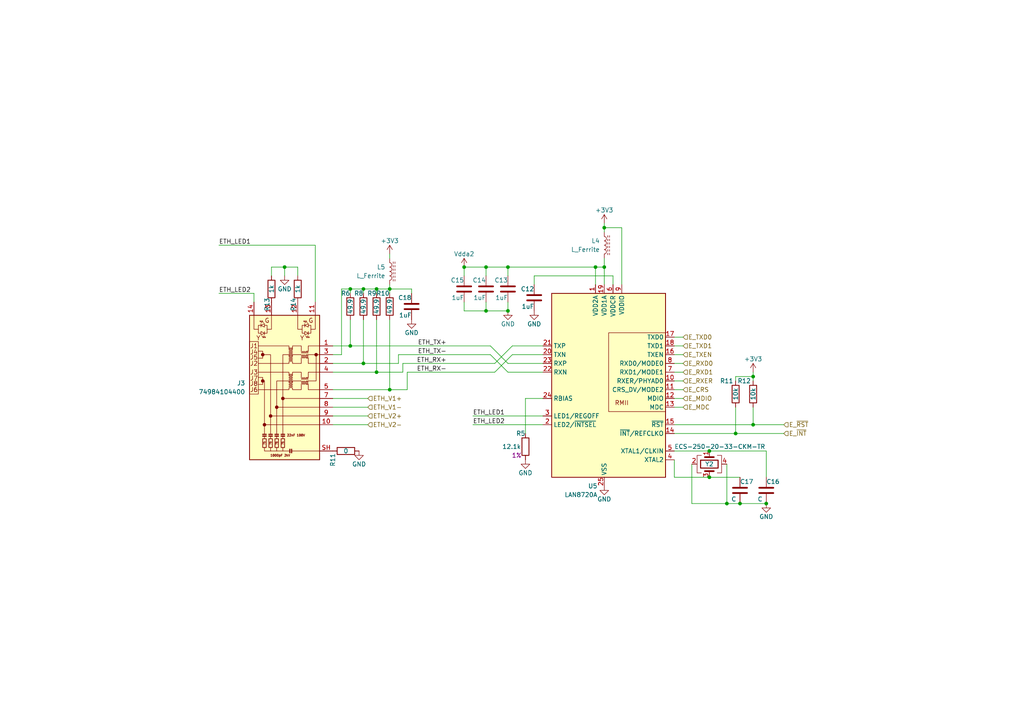
<source format=kicad_sch>
(kicad_sch (version 20230121) (generator eeschema)
  (paper "A4")
  (title_block (title "Addressable LED Controller") (date "2023-07-30") (rev "3.0") (comment 1 "Jamal Bouajjaj") (comment 2 "Ethernet Physical"))
  (lib_symbols
    (symbol "Device:C" (pin_numbers hide) (pin_names (offset 0.254))
      (property "Reference" "C" (at 0.635 2.54 0))
      (property "Value" "C" (at 0.635 -2.54 0))
      (symbol "C_0_1"
        (polyline (pts (xy -2.032 -0.762) (xy 2.032 -0.762)) (stroke (width 0.508)))
        (polyline (pts (xy -2.032 0.762) (xy 2.032 0.762)) (stroke (width 0.508)))
      )
      (symbol "C_1_1"
        (pin passive line (at 0 3.81 270) (length 2.794) (name "~") (number "1"))
        (pin passive line (at 0 -3.81 90) (length 2.794) (name "~") (number "2"))
      )
    )
    (symbol "Device:Crystal_GND24" (pin_names (offset 1.016) hide)
      (property "Reference" "Y" (at 3.175 5.08 0))
      (property "Value" "Crystal_GND24" (at 3.175 3.175 0))
      (symbol "Crystal_GND24_0_1"
        (rectangle (start -1.143 2.54) (end 1.143 -2.54) (stroke (width 0.3048)))
        (polyline (pts (xy -2.54 0) (xy -2.032 0)))
        (polyline (pts (xy -2.032 -1.27) (xy -2.032 1.27)) (stroke (width 0.508)))
        (polyline (pts (xy 0 -3.81) (xy 0 -3.556)))
        (polyline (pts (xy 0 3.556) (xy 0 3.81)))
        (polyline (pts (xy 2.032 -1.27) (xy 2.032 1.27)) (stroke (width 0.508)))
        (polyline (pts (xy 2.032 0) (xy 2.54 0)))
        (polyline (pts (xy -2.54 -2.286) (xy -2.54 -3.556) (xy 2.54 -3.556) (xy 2.54 -2.286)))
        (polyline (pts (xy -2.54 2.286) (xy -2.54 3.556) (xy 2.54 3.556) (xy 2.54 2.286)))
      )
      (symbol "Crystal_GND24_1_1"
        (pin passive line (at -3.81 0 0) (length 1.27) (name "1") (number "1"))
        (pin passive line (at 0 5.08 270) (length 1.27) (name "2") (number "2"))
        (pin passive line (at 3.81 0 180) (length 1.27) (name "3") (number "3"))
        (pin passive line (at 0 -5.08 90) (length 1.27) (name "4") (number "4"))
      )
    )
    (symbol "Device:L_Ferrite" (pin_numbers hide) (pin_names (offset 1.016) hide)
      (property "Reference" "L" (at -1.27 0 90))
      (property "Value" "L_Ferrite" (at 2.794 0 90))
      (symbol "L_Ferrite_0_1"
        (arc (start 0 -2.54) (mid 0.6323 -1.905) (end 0 -1.27))
        (arc (start 0 -1.27) (mid 0.6323 -0.635) (end 0 0))
        (polyline (pts (xy 1.016 -2.794) (xy 1.016 -2.286)))
        (polyline (pts (xy 1.016 -1.778) (xy 1.016 -1.27)))
        (polyline (pts (xy 1.016 -0.762) (xy 1.016 -0.254)))
        (polyline (pts (xy 1.016 0.254) (xy 1.016 0.762)))
        (polyline (pts (xy 1.016 1.27) (xy 1.016 1.778)))
        (polyline (pts (xy 1.016 2.286) (xy 1.016 2.794)))
        (polyline (pts (xy 1.524 -2.286) (xy 1.524 -2.794)))
        (polyline (pts (xy 1.524 -1.27) (xy 1.524 -1.778)))
        (polyline (pts (xy 1.524 -0.254) (xy 1.524 -0.762)))
        (polyline (pts (xy 1.524 0.762) (xy 1.524 0.254)))
        (polyline (pts (xy 1.524 1.778) (xy 1.524 1.27)))
        (polyline (pts (xy 1.524 2.794) (xy 1.524 2.286)))
        (arc (start 0 0) (mid 0.6323 0.635) (end 0 1.27))
        (arc (start 0 1.27) (mid 0.6323 1.905) (end 0 2.54))
      )
      (symbol "L_Ferrite_1_1"
        (pin passive line (at 0 3.81 270) (length 1.27) (name "1") (number "1"))
        (pin passive line (at 0 -3.81 90) (length 1.27) (name "2") (number "2"))
      )
    )
    (symbol "Device:R" (pin_numbers hide) (pin_names (offset 0))
      (property "Reference" "R" (at 2.032 0 90))
      (property "Value" "R" (at 0 0 90))
      (symbol "R_0_1"
        (rectangle (start -1.016 -2.54) (end 1.016 2.54) (stroke (width 0.254)))
      )
      (symbol "R_1_1"
        (pin passive line (at 0 3.81 270) (length 1.27) (name "~") (number "1"))
        (pin passive line (at 0 -3.81 90) (length 1.27) (name "~") (number "2"))
      )
    )
    (symbol "Interface_Ethernet:LAN8720A"
      (property "Reference" "U" (at -13.97 29.21 0))
      (property "Value" "LAN8720A" (at 15.24 29.21 0))
      (symbol "LAN8720A_0_0"
        (text "RMII" (at -5.08 -3.81 0) (effects (font (size 1.27 1.27))))
      )
      (symbol "LAN8720A_0_1"
        (rectangle (start -17.78 27.94) (end 15.24 -25.4) (stroke (width 0.254)) (fill (type background)))
        (polyline (pts (xy -17.78 -6.35) (xy -1.27 -6.35) (xy -1.27 16.51) (xy -17.78 16.51)))
      )
      (symbol "LAN8720A_1_1"
        (pin power_in line (at 2.54 30.48 270) (length 2.54) (name "VDD2A") (number "1"))
        (pin output line (at -20.32 2.54 0) (length 2.54) (name "RXER/PHYAD0") (number "10"))
        (pin bidirectional line (at -20.32 0 0) (length 2.54) (name "CRS_DV/MODE2") (number "11"))
        (pin bidirectional line (at -20.32 -2.54 0) (length 2.54) (name "MDIO") (number "12"))
        (pin input line (at -20.32 -5.08 0) (length 2.54) (name "MDC") (number "13"))
        (pin output line (at -20.32 -12.7 0) (length 2.54) (name "~{INT}/REFCLKO") (number "14"))
        (pin input line (at -20.32 -10.16 0) (length 2.54) (name "~{RST}") (number "15"))
        (pin input line (at -20.32 10.16 0) (length 2.54) (name "TXEN") (number "16"))
        (pin input line (at -20.32 15.24 0) (length 2.54) (name "TXD0") (number "17"))
        (pin input line (at -20.32 12.7 0) (length 2.54) (name "TXD1") (number "18"))
        (pin power_in line (at 0 30.48 270) (length 2.54) (name "VDD1A") (number "19"))
        (pin bidirectional line (at 17.78 -10.16 180) (length 2.54) (name "LED2/~{INTSEL}") (number "2"))
        (pin bidirectional line (at 17.78 10.16 180) (length 2.54) (name "TXN") (number "20"))
        (pin bidirectional line (at 17.78 12.7 180) (length 2.54) (name "TXP") (number "21"))
        (pin bidirectional line (at 17.78 5.08 180) (length 2.54) (name "RXN") (number "22"))
        (pin bidirectional line (at 17.78 7.62 180) (length 2.54) (name "RXP") (number "23"))
        (pin passive line (at 17.78 -2.54 180) (length 2.54) (name "RBIAS") (number "24"))
        (pin power_in line (at 0 -27.94 90) (length 2.54) (name "VSS") (number "25"))
        (pin bidirectional line (at 17.78 -7.62 180) (length 2.54) (name "LED1/REGOFF") (number "3"))
        (pin output line (at -20.32 -20.32 0) (length 2.54) (name "XTAL2") (number "4"))
        (pin input line (at -20.32 -17.78 0) (length 2.54) (name "XTAL1/CLKIN") (number "5"))
        (pin power_in line (at -2.54 30.48 270) (length 2.54) (name "VDDCR") (number "6"))
        (pin bidirectional line (at -20.32 5.08 0) (length 2.54) (name "RXD1/MODE1") (number "7"))
        (pin bidirectional line (at -20.32 7.62 0) (length 2.54) (name "RXD0/MODE0") (number "8"))
        (pin power_in line (at -5.08 30.48 270) (length 2.54) (name "VDDIO") (number "9"))
      )
    )
    (symbol "ProjectLibrary:74984104400" (pin_names (offset 0) hide)
      (property "Reference" "J" (at 10.16 -19.05 0))
      (property "Value" "74984104400" (at -5.08 -21.59 0))
      (symbol "74984104400_0_0"
        (circle (center -10.414 10.16) (radius 0.0001) (stroke (width 0.508)))
        (circle (center -0.762 -2.54) (radius 0.0001) (stroke (width 0.508)))
        (polyline (pts (xy -6.096 2.54) (xy -3.556 2.54)))
        (polyline (pts (xy -6.096 10.16) (xy -3.556 10.16)))
        (polyline (pts (xy -3.556 0.508) (xy -3.556 0) (xy -6.096 0) (xy -6.096 1.524)))
        (polyline (pts (xy -3.556 4.572) (xy -3.556 5.08) (xy -6.096 5.08) (xy -6.096 3.556)))
        (polyline (pts (xy -3.556 8.128) (xy -3.556 7.62) (xy -6.096 7.62) (xy -6.096 9.144)))
        (polyline (pts (xy -3.556 12.192) (xy -3.556 12.7) (xy -6.096 12.7) (xy -6.096 11.176)))
        (circle (center 1.016 -5.08) (radius 0.0001) (stroke (width 0.508)))
        (circle (center 2.794 -7.62) (radius 0.0001) (stroke (width 0.508)))
        (circle (center 4.572 -10.16) (radius 0.0001) (stroke (width 0.508)))
        (circle (center 5.08 2.54) (radius 0.0001) (stroke (width 0.508)))
        (circle (center 5.08 10.16) (radius 0.0001) (stroke (width 0.508)))
        (text "1000pF 2kV" (at 0 -19.05 0) (effects (font (size 0.635 0.635))))
        (text "G" (at -8.89 20.066 0) (effects (font (size 1.27 1.27))))
        (text "G" (at 3.81 20.066 0) (effects (font (size 1.27 1.27))))
        (text "Y" (at -6.35 14.986 0) (effects (font (size 1.27 1.27))))
        (text "Y" (at 6.35 14.986 0) (effects (font (size 1.27 1.27))))
      )
      (symbol "74984104400_0_1"
        (rectangle (start -11.43 21.59) (end 8.89 -20.32) (stroke (width 0.254)) (fill (type background)))
        (arc (start -8.128 2.54) (mid -7.874 2.2871) (end -7.62 2.54))
        (arc (start -8.128 3.556) (mid -7.874 3.3031) (end -7.62 3.556))
        (arc (start -8.128 10.16) (mid -7.874 9.9071) (end -7.62 10.16))
        (arc (start -8.128 11.176) (mid -7.874 10.9231) (end -7.62 11.176))
        (circle (center -7.874 1.5251) (radius 0.0762) (stroke (width 0.0254)) (fill (type outline)))
        (circle (center -7.874 2.54) (radius 0.0762) (stroke (width 0.0254)) (fill (type outline)))
        (circle (center -7.874 3.556) (radius 0.0762) (stroke (width 0.0254)) (fill (type outline)))
        (circle (center -7.874 9.1451) (radius 0.0762) (stroke (width 0.0254)) (fill (type outline)))
        (circle (center -7.874 10.16) (radius 0.0762) (stroke (width 0.0254)) (fill (type outline)))
        (circle (center -7.874 11.176) (radius 0.0762) (stroke (width 0.0254)) (fill (type outline)))
        (arc (start -7.62 1.5251) (mid -7.874 1.778) (end -8.128 1.5251))
        (arc (start -7.62 2.54) (mid -7.366 2.2871) (end -7.112 2.54))
        (arc (start -7.62 3.556) (mid -7.366 3.3031) (end -7.112 3.556))
        (arc (start -7.62 9.1451) (mid -7.874 9.398) (end -8.128 9.1451))
        (arc (start -7.62 10.16) (mid -7.366 9.9071) (end -7.112 10.16))
        (arc (start -7.62 11.176) (mid -7.366 10.9231) (end -7.112 11.176))
        (arc (start -7.112 1.5251) (mid -7.366 1.778) (end -7.62 1.5251))
        (arc (start -7.112 2.54) (mid -6.858 2.2871) (end -6.604 2.54))
        (arc (start -7.112 3.556) (mid -6.858 3.3031) (end -6.604 3.556))
        (arc (start -7.112 9.1451) (mid -7.366 9.398) (end -7.62 9.1451))
        (arc (start -7.112 10.16) (mid -6.858 9.9071) (end -6.604 10.16))
        (arc (start -7.112 11.176) (mid -6.858 10.9231) (end -6.604 11.176))
        (arc (start -6.604 1.5251) (mid -6.858 1.778) (end -7.112 1.5251))
        (arc (start -6.604 2.54) (mid -6.35 2.2871) (end -6.096 2.54))
        (arc (start -6.604 3.556) (mid -6.35 3.3031) (end -6.096 3.556))
        (arc (start -6.604 9.1451) (mid -6.858 9.398) (end -7.112 9.1451))
        (arc (start -6.604 10.16) (mid -6.35 9.9071) (end -6.096 10.16))
        (arc (start -6.604 11.176) (mid -6.35 10.9231) (end -6.096 11.176))
        (arc (start -6.096 1.5251) (mid -6.35 1.778) (end -6.604 1.5251))
        (arc (start -6.096 9.1451) (mid -6.35 9.398) (end -6.604 9.1451))
        (arc (start -3.556 0.508) (mid -3.303 0.762) (end -3.556 1.016))
        (arc (start -3.556 1.016) (mid -3.3031 1.27) (end -3.556 1.524))
        (arc (start -3.556 1.524) (mid -3.303 1.778) (end -3.556 2.032))
        (arc (start -3.556 2.032) (mid -3.303 2.286) (end -3.556 2.54))
        (circle (center -3.556 2.286) (radius 0.0762) (stroke (width 0.0254)) (fill (type outline)))
        (arc (start -3.556 2.54) (mid -3.303 2.794) (end -3.556 3.048))
        (arc (start -3.556 3.048) (mid -3.303 3.302) (end -3.556 3.556))
        (arc (start -3.556 3.556) (mid -3.3031 3.81) (end -3.556 4.064))
        (arc (start -3.556 4.064) (mid -3.303 4.318) (end -3.556 4.572))
        (circle (center -3.556 4.318) (radius 0.0762) (stroke (width 0.0254)) (fill (type outline)))
        (arc (start -3.556 8.128) (mid -3.303 8.382) (end -3.556 8.636))
        (arc (start -3.556 8.636) (mid -3.3031 8.89) (end -3.556 9.144))
        (arc (start -3.556 9.144) (mid -3.303 9.398) (end -3.556 9.652))
        (arc (start -3.556 9.652) (mid -3.303 9.906) (end -3.556 10.16))
        (circle (center -3.556 9.906) (radius 0.0762) (stroke (width 0.0254)) (fill (type outline)))
        (arc (start -3.556 10.16) (mid -3.303 10.414) (end -3.556 10.668))
        (arc (start -3.556 10.668) (mid -3.303 10.922) (end -3.556 11.176))
        (arc (start -3.556 11.176) (mid -3.3031 11.43) (end -3.556 11.684))
        (arc (start -3.556 11.684) (mid -3.303 11.938) (end -3.556 12.192))
        (circle (center -3.556 11.938) (radius 0.0762) (stroke (width 0.0254)) (fill (type outline)))
        (arc (start -2.54 1.016) (mid -2.793 0.762) (end -2.54 0.508))
        (arc (start -2.54 1.524) (mid -2.7929 1.27) (end -2.54 1.016))
        (arc (start -2.54 2.032) (mid -2.793 1.778) (end -2.54 1.524))
        (circle (center -2.54 2.286) (radius 0.0762) (stroke (width 0.0254)) (fill (type outline)))
        (arc (start -2.54 2.54) (mid -2.793 2.286) (end -2.54 2.032))
        (arc (start -2.54 3.048) (mid -2.793 2.794) (end -2.54 2.54))
        (arc (start -2.54 3.556) (mid -2.793 3.302) (end -2.54 3.048))
        (arc (start -2.54 4.064) (mid -2.7929 3.81) (end -2.54 3.556))
        (circle (center -2.54 4.318) (radius 0.0762) (stroke (width 0.0254)) (fill (type outline)))
        (arc (start -2.54 4.572) (mid -2.793 4.318) (end -2.54 4.064))
        (arc (start -2.54 8.636) (mid -2.793 8.382) (end -2.54 8.128))
        (arc (start -2.54 9.144) (mid -2.7929 8.89) (end -2.54 8.636))
        (arc (start -2.54 9.652) (mid -2.793 9.398) (end -2.54 9.144))
        (circle (center -2.54 9.906) (radius 0.0762) (stroke (width 0.0254)) (fill (type outline)))
        (arc (start -2.54 10.16) (mid -2.793 9.906) (end -2.54 9.652))
        (arc (start -2.54 10.668) (mid -2.793 10.414) (end -2.54 10.16))
        (arc (start -2.54 11.176) (mid -2.793 10.922) (end -2.54 10.668))
        (arc (start -2.54 11.684) (mid -2.7929 11.43) (end -2.54 11.176))
        (circle (center -2.54 11.938) (radius 0.0762) (stroke (width 0.0254)) (fill (type outline)))
        (arc (start -2.54 12.192) (mid -2.793 11.938) (end -2.54 11.684))
        (rectangle (start -1.27 -16.764) (end -0.254 -14.224) (stroke (width 0.2032)))
        (polyline (pts (xy -8.382 15.113) (xy -7.874 15.621)))
        (polyline (pts (xy -8.128 16.891) (xy -8.128 15.875)))
        (polyline (pts (xy -7.874 15.113) (xy -7.366 15.621)))
        (polyline (pts (xy -7.366 19.939) (xy -7.874 19.431)))
        (polyline (pts (xy -7.112 18.161) (xy -7.112 19.177)))
        (polyline (pts (xy -6.858 19.939) (xy -7.366 19.431)))
        (polyline (pts (xy -6.096 2.032) (xy -8.128 2.032)))
        (polyline (pts (xy -6.096 3.048) (xy -8.128 3.048)))
        (polyline (pts (xy -6.096 9.652) (xy -8.128 9.652)))
        (polyline (pts (xy -6.096 10.668) (xy -8.128 10.668)))
        (polyline (pts (xy -3.302 -17.272) (xy -3.302 -18.288)) (stroke (width 0.3302)))
        (polyline (pts (xy -3.048 0.508) (xy -3.048 4.572)))
        (polyline (pts (xy -3.048 8.128) (xy -3.048 12.192)))
        (polyline (pts (xy -2.794 -17.272) (xy -2.794 -18.288)) (stroke (width 0.3302)))
        (polyline (pts (xy -0.254 -13.462) (xy -1.27 -13.462)) (stroke (width 0.3302)))
        (polyline (pts (xy -0.254 -12.954) (xy -1.27 -12.954)) (stroke (width 0.3302)))
        (polyline (pts (xy 1.524 -13.462) (xy 0.508 -13.462)) (stroke (width 0.3302)))
        (polyline (pts (xy 1.524 -12.954) (xy 0.508 -12.954)) (stroke (width 0.3302)))
        (polyline (pts (xy 3.302 -13.462) (xy 2.286 -13.462)) (stroke (width 0.3302)))
        (polyline (pts (xy 3.302 -12.954) (xy 2.286 -12.954)) (stroke (width 0.3302)))
        (polyline (pts (xy 4.318 15.113) (xy 4.826 15.621)))
        (polyline (pts (xy 4.572 16.891) (xy 4.572 15.875)))
        (polyline (pts (xy 4.826 15.113) (xy 5.334 15.621)))
        (polyline (pts (xy 5.08 -13.462) (xy 4.064 -13.462)) (stroke (width 0.3302)))
        (polyline (pts (xy 5.08 -12.954) (xy 4.064 -12.954)) (stroke (width 0.3302)))
        (polyline (pts (xy 5.334 19.939) (xy 4.826 19.431)))
        (polyline (pts (xy 5.588 18.161) (xy 5.588 19.177)))
        (polyline (pts (xy 5.842 19.939) (xy 5.334 19.431)))
        (polyline (pts (xy -8.89 17.526) (xy -8.89 16.383) (xy -8.128 16.383)))
        (polyline (pts (xy -8.89 17.526) (xy -8.89 18.669) (xy -8.128 18.669)))
        (polyline (pts (xy -8.382 15.367) (xy -8.382 15.113) (xy -8.128 15.113)))
        (polyline (pts (xy -7.874 15.367) (xy -7.874 15.113) (xy -7.62 15.113)))
        (polyline (pts (xy -7.366 19.685) (xy -7.366 19.939) (xy -7.62 19.939)))
        (polyline (pts (xy -6.858 19.685) (xy -6.858 19.939) (xy -7.112 19.939)))
        (polyline (pts (xy -6.35 17.526) (xy -6.35 16.383) (xy -7.112 16.383)))
        (polyline (pts (xy -6.35 17.526) (xy -6.35 18.669) (xy -7.112 18.669)))
        (polyline (pts (xy 3.81 17.526) (xy 3.81 16.383) (xy 4.572 16.383)))
        (polyline (pts (xy 3.81 17.526) (xy 3.81 18.669) (xy 4.572 18.669)))
        (polyline (pts (xy 4.318 15.367) (xy 4.318 15.113) (xy 4.572 15.113)))
        (polyline (pts (xy 4.826 15.367) (xy 4.826 15.113) (xy 5.08 15.113)))
        (polyline (pts (xy 5.334 19.685) (xy 5.334 19.939) (xy 5.08 19.939)))
        (polyline (pts (xy 5.842 19.685) (xy 5.842 19.939) (xy 5.588 19.939)))
        (polyline (pts (xy 6.35 17.526) (xy 6.35 16.383) (xy 5.588 16.383)))
        (polyline (pts (xy 6.35 17.526) (xy 6.35 18.669) (xy 5.588 18.669)))
        (polyline (pts (xy -8.128 16.383) (xy -7.112 16.891) (xy -7.112 15.875) (xy -8.128 16.383)))
        (polyline (pts (xy -7.112 18.669) (xy -8.128 18.161) (xy -8.128 19.177) (xy -7.112 18.669)))
        (polyline (pts (xy 4.572 16.383) (xy 5.588 16.891) (xy 5.588 15.875) (xy 4.572 16.383)))
        (polyline (pts (xy 5.588 18.669) (xy 4.572 18.161) (xy 4.572 19.177) (xy 5.588 18.669)))
        (rectangle (start 0.508 -16.764) (end 1.524 -14.224) (stroke (width 0.2032)))
        (rectangle (start 2.286 -16.764) (end 3.302 -14.224) (stroke (width 0.2032)))
        (rectangle (start 4.064 -16.764) (end 5.08 -14.224) (stroke (width 0.2032)))
        (rectangle (start 6.35 13.97) (end 8.89 -1.27))
      )
      (symbol "74984104400_1_0"
        (polyline (pts (xy -11.43 -10.16) (xy 4.572 -10.16)))
        (polyline (pts (xy -11.43 -7.62) (xy 2.794 -7.62)))
        (polyline (pts (xy -11.43 -2.54) (xy -0.762 -2.54)))
        (polyline (pts (xy -8.128 10.16) (xy -11.43 10.16)))
        (polyline (pts (xy -3.302 -17.78) (xy -11.43 -17.78)))
        (polyline (pts (xy -0.762 -13.462) (xy -0.762 -14.224)))
        (polyline (pts (xy 1.016 -13.462) (xy 1.016 -14.224)))
        (polyline (pts (xy 1.016 -5.08) (xy -11.43 -5.08)))
        (polyline (pts (xy 2.794 -13.462) (xy 2.794 -14.224)))
        (polyline (pts (xy 4.572 -13.462) (xy 4.572 -14.224)))
        (polyline (pts (xy -10.414 10.16) (xy -10.414 2.54) (xy -8.128 2.54)))
        (polyline (pts (xy -10.16 21.59) (xy -10.16 17.526) (xy -8.89 17.526)))
        (polyline (pts (xy -8.128 1.524) (xy -8.128 0) (xy -11.43 0)))
        (polyline (pts (xy -8.128 3.556) (xy -8.128 5.08) (xy -11.43 5.08)))
        (polyline (pts (xy -8.128 9.144) (xy -8.128 7.62) (xy -11.43 7.62)))
        (polyline (pts (xy -8.128 11.176) (xy -8.128 12.7) (xy -11.43 12.7)))
        (polyline (pts (xy -5.08 21.59) (xy -5.08 17.526) (xy -6.35 17.526)))
        (polyline (pts (xy -2.54 0.508) (xy -2.54 0) (xy 6.35 0)))
        (polyline (pts (xy -2.54 4.572) (xy -2.54 5.08) (xy 6.35 5.08)))
        (polyline (pts (xy -2.54 8.128) (xy -2.54 7.62) (xy 6.35 7.62)))
        (polyline (pts (xy -2.54 12.192) (xy -2.54 12.7) (xy 6.35 12.7)))
        (polyline (pts (xy -0.762 -16.764) (xy -0.762 -17.78) (xy -2.794 -17.78)))
        (polyline (pts (xy -0.762 -12.954) (xy -0.762 10.16) (xy -2.54 10.16)))
        (polyline (pts (xy 1.016 -16.764) (xy 1.016 -17.78) (xy -0.762 -17.78)))
        (polyline (pts (xy 1.016 -12.954) (xy 1.016 2.54) (xy -2.54 2.54)))
        (polyline (pts (xy 2.54 21.59) (xy 2.54 17.526) (xy 3.81 17.526)))
        (polyline (pts (xy 2.794 -16.764) (xy 2.794 -17.78) (xy 1.016 -17.78)))
        (polyline (pts (xy 2.794 -12.954) (xy 2.794 10.16) (xy 5.08 10.16)))
        (polyline (pts (xy 4.572 -16.764) (xy 4.572 -17.78) (xy 2.794 -17.78)))
        (polyline (pts (xy 5.08 2.54) (xy 4.572 2.54) (xy 4.572 -12.954)))
        (polyline (pts (xy 7.62 21.59) (xy 7.62 17.526) (xy 6.35 17.526)))
        (polyline (pts (xy 6.35 1.524) (xy 5.08 1.524) (xy 5.08 3.556) (xy 6.35 3.556)))
        (polyline (pts (xy 6.35 9.144) (xy 5.08 9.144) (xy 5.08 11.176) (xy 6.35 11.176)))
        (text "22nF 100V" (at -4.572 -13.208 0) (effects (font (size 0.635 0.635))))
        (text "75" (at -0.762 -15.494 900) (effects (font (size 0.508 0.508))))
        (text "75" (at 1.016 -15.494 900) (effects (font (size 0.508 0.508))))
        (text "75" (at 2.794 -15.494 900) (effects (font (size 0.508 0.508))))
        (text "75" (at 4.572 -15.494 900) (effects (font (size 0.508 0.508))))
        (text "J1" (at 7.62 12.7 0) (effects (font (size 1.27 1.27))))
        (text "J2" (at 7.62 7.62 0) (effects (font (size 1.27 1.27))))
        (text "J3" (at 7.62 5.08 0) (effects (font (size 1.27 1.27))))
        (text "J4" (at 7.62 10.922 0) (effects (font (size 1.27 1.27))))
        (text "J5" (at 7.62 9.398 0) (effects (font (size 1.27 1.27))))
        (text "J6" (at 7.62 0 0) (effects (font (size 1.27 1.27))))
        (text "J7" (at 7.62 3.302 0) (effects (font (size 1.27 1.27))))
        (text "J8" (at 7.62 1.778 0) (effects (font (size 1.27 1.27))))
      )
      (symbol "74984104400_1_1"
        (pin passive line (at -15.24 12.7 0) (length 3.81) (name "TD+") (number "1"))
        (pin passive line (at -15.24 -10.16 0) (length 3.81) (name "V2-") (number "10"))
        (pin passive line (at -10.16 25.4 270) (length 3.81) (name "~") (number "11"))
        (pin passive line (at -5.08 25.4 270) (length 3.81) (name "~") (number "12"))
        (pin passive line (at 2.54 25.4 270) (length 3.81) (name "~") (number "13"))
        (pin passive line (at 7.62 25.4 270) (length 3.81) (name "~") (number "14"))
        (pin passive line (at -15.24 7.62 0) (length 3.81) (name "TD-") (number "2"))
        (pin passive line (at -15.24 10.16 0) (length 3.81) (name "CD") (number "3"))
        (pin passive line (at -15.24 5.08 0) (length 3.81) (name "RD+") (number "4"))
        (pin passive line (at -15.24 0 0) (length 3.81) (name "RD-") (number "5"))
        (pin passive line (at -15.24 -2.54 0) (length 3.81) (name "V1+") (number "7"))
        (pin passive line (at -15.24 -5.08 0) (length 3.81) (name "V1-") (number "8"))
        (pin passive line (at -15.24 -7.62 0) (length 3.81) (name "V2+") (number "9"))
        (pin passive line (at -15.24 -17.78 0) (length 3.81) (name "SH") (number "SH"))
      )
    )
    (symbol "ProjectLibrary:Vdda2" (power) (pin_names (offset 0))
      (property "Value" "Vdda2" (at 0 3.81 0))
      (symbol "Vdda2_0_1"
        (polyline (pts (xy -0.762 1.27) (xy 0 2.54)))
        (polyline (pts (xy 0 0) (xy 0 2.54)))
        (polyline (pts (xy 0 2.54) (xy 0.762 1.27)))
      )
      (symbol "Vdda2_1_1"
        (pin power_in line (at 0 0 90) (length 0) hide (name "Vdda2") (number "1"))
      )
    )
    (symbol "power:+3V3" (power) (pin_names (offset 0))
      (property "Value" "+3V3" (at 0 3.556 0))
      (symbol "+3V3_0_1"
        (polyline (pts (xy -0.762 1.27) (xy 0 2.54)))
        (polyline (pts (xy 0 0) (xy 0 2.54)))
        (polyline (pts (xy 0 2.54) (xy 0.762 1.27)))
      )
      (symbol "+3V3_1_1"
        (pin power_in line (at 0 0 90) (length 0) hide (name "+3V3") (number "1"))
      )
    )
    (symbol "power:GND" (power) (pin_names (offset 0))
      (property "Value" "GND" (at 0 -3.81 0))
      (symbol "GND_0_1"
        (polyline (pts (xy 0 0) (xy 0 -1.27) (xy 1.27 -1.27) (xy 0 -2.54) (xy -1.27 -1.27) (xy 0 -1.27)))
      )
      (symbol "GND_1_1"
        (pin power_in line (at 0 0 270) (length 0) hide (name "GND") (number "1"))
      )
    )
  )
  (junction (at 214.63 146.05))
  (junction (at 205.74 138.43))
  (junction (at 175.26 66.04))
  (junction (at 172.72 77.47))
  (junction (at 175.26 77.47))
  (junction (at 109.22 83.82))
  (junction (at 134.62 77.47))
  (junction (at 105.41 83.82))
  (junction (at 147.32 77.47))
  (junction (at 140.97 90.17))
  (junction (at 218.44 109.22))
  (junction (at 109.22 107.95))
  (junction (at 218.44 123.19))
  (junction (at 113.03 113.03))
  (junction (at 101.6 83.82))
  (junction (at 105.41 105.41))
  (junction (at 82.55 77.47))
  (junction (at 140.97 77.47))
  (junction (at 213.36 125.73))
  (junction (at 113.03 83.82))
  (junction (at 101.6 100.33))
  (junction (at 205.74 130.81))
  (junction (at 210.82 146.05))
  (junction (at 222.25 146.05))
  (junction (at 147.32 90.17))
  (wire (pts (xy 198.12 100.33) (xy 195.58 100.33)))
  (wire (pts (xy 116.84 105.41) (xy 116.84 107.95)))
  (wire (pts (xy 113.03 83.82) (xy 109.22 83.82)))
  (wire (pts (xy 198.12 97.79) (xy 195.58 97.79)))
  (wire (pts (xy 157.48 123.19) (xy 137.16 123.19)))
  (wire (pts (xy 172.72 77.47) (xy 172.72 82.55)))
  (wire (pts (xy 218.44 123.19) (xy 195.58 123.19)))
  (wire (pts (xy 214.63 146.05) (xy 210.82 146.05)))
  (wire (pts (xy 218.44 107.95) (xy 218.44 109.22)))
  (wire (pts (xy 200.66 134.62) (xy 200.66 146.05)))
  (wire (pts (xy 147.32 107.95) (xy 157.48 107.95)))
  (wire (pts (xy 105.41 92.71) (xy 105.41 105.41)))
  (wire (pts (xy 147.32 77.47) (xy 147.32 80.01)))
  (wire (pts (xy 213.36 118.11) (xy 213.36 125.73)))
  (wire (pts (xy 222.25 146.05) (xy 214.63 146.05)))
  (wire (pts (xy 113.03 82.55) (xy 113.03 83.82)))
  (wire (pts (xy 147.32 90.17) (xy 140.97 90.17)))
  (wire (pts (xy 177.8 80.01) (xy 154.94 80.01)))
  (wire (pts (xy 113.03 73.66) (xy 113.03 74.93)))
  (wire (pts (xy 198.12 118.11) (xy 195.58 118.11)))
  (wire (pts (xy 140.97 90.17) (xy 134.62 90.17)))
  (wire (pts (xy 113.03 92.71) (xy 113.03 113.03)))
  (wire (pts (xy 134.62 77.47) (xy 134.62 80.01)))
  (wire (pts (xy 142.24 102.87) (xy 147.32 107.95)))
  (wire (pts (xy 180.34 66.04) (xy 180.34 82.55)))
  (wire (pts (xy 198.12 113.03) (xy 195.58 113.03)))
  (wire (pts (xy 175.26 64.77) (xy 175.26 66.04)))
  (wire (pts (xy 172.72 77.47) (xy 147.32 77.47)))
  (wire (pts (xy 147.32 87.63) (xy 147.32 90.17)))
  (wire (pts (xy 157.48 120.65) (xy 137.16 120.65)))
  (wire (pts (xy 218.44 109.22) (xy 218.44 110.49)))
  (wire (pts (xy 99.06 102.87) (xy 99.06 83.82)))
  (wire (pts (xy 86.36 80.01) (xy 86.36 77.47)))
  (wire (pts (xy 118.11 113.03) (xy 113.03 113.03)))
  (wire (pts (xy 198.12 115.57) (xy 195.58 115.57)))
  (wire (pts (xy 140.97 77.47) (xy 140.97 80.01)))
  (wire (pts (xy 116.84 107.95) (xy 109.22 107.95)))
  (wire (pts (xy 109.22 83.82) (xy 105.41 83.82)))
  (wire (pts (xy 143.51 107.95) (xy 148.59 102.87)))
  (wire (pts (xy 198.12 105.41) (xy 195.58 105.41)))
  (wire (pts (xy 148.59 100.33) (xy 157.48 100.33)))
  (wire (pts (xy 105.41 83.82) (xy 105.41 85.09)))
  (wire (pts (xy 101.6 100.33) (xy 142.24 100.33)))
  (wire (pts (xy 105.41 105.41) (xy 96.52 105.41)))
  (wire (pts (xy 175.26 77.47) (xy 172.72 77.47)))
  (wire (pts (xy 73.66 87.63) (xy 73.66 85.09)))
  (wire (pts (xy 115.57 102.87) (xy 142.24 102.87)))
  (wire (pts (xy 143.51 105.41) (xy 148.59 100.33)))
  (wire (pts (xy 214.63 138.43) (xy 205.74 138.43)))
  (wire (pts (xy 175.26 66.04) (xy 180.34 66.04)))
  (wire (pts (xy 227.33 125.73) (xy 213.36 125.73)))
  (wire (pts (xy 140.97 77.47) (xy 134.62 77.47)))
  (wire (pts (xy 116.84 105.41) (xy 143.51 105.41)))
  (wire (pts (xy 119.38 83.82) (xy 113.03 83.82)))
  (wire (pts (xy 198.12 107.95) (xy 195.58 107.95)))
  (wire (pts (xy 78.74 77.47) (xy 78.74 80.01)))
  (wire (pts (xy 118.11 107.95) (xy 118.11 113.03)))
  (wire (pts (xy 115.57 102.87) (xy 115.57 105.41)))
  (wire (pts (xy 105.41 83.82) (xy 101.6 83.82)))
  (wire (pts (xy 101.6 83.82) (xy 101.6 85.09)))
  (wire (pts (xy 142.24 100.33) (xy 147.32 105.41)))
  (wire (pts (xy 175.26 66.04) (xy 175.26 67.31)))
  (wire (pts (xy 106.68 115.57) (xy 96.52 115.57)))
  (wire (pts (xy 227.33 123.19) (xy 218.44 123.19)))
  (wire (pts (xy 218.44 109.22) (xy 213.36 109.22)))
  (wire (pts (xy 205.74 130.81) (xy 195.58 130.81)))
  (wire (pts (xy 82.55 77.47) (xy 78.74 77.47)))
  (wire (pts (xy 210.82 146.05) (xy 200.66 146.05)))
  (wire (pts (xy 218.44 118.11) (xy 218.44 123.19)))
  (wire (pts (xy 82.55 77.47) (xy 82.55 80.01)))
  (wire (pts (xy 109.22 83.82) (xy 109.22 85.09)))
  (wire (pts (xy 222.25 130.81) (xy 222.25 138.43)))
  (wire (pts (xy 213.36 125.73) (xy 195.58 125.73)))
  (wire (pts (xy 205.74 130.81) (xy 222.25 130.81)))
  (wire (pts (xy 106.68 123.19) (xy 96.52 123.19)))
  (wire (pts (xy 210.82 134.62) (xy 210.82 146.05)))
  (wire (pts (xy 99.06 102.87) (xy 96.52 102.87)))
  (wire (pts (xy 115.57 105.41) (xy 105.41 105.41)))
  (wire (pts (xy 175.26 77.47) (xy 175.26 82.55)))
  (wire (pts (xy 119.38 85.09) (xy 119.38 83.82)))
  (wire (pts (xy 106.68 120.65) (xy 96.52 120.65)))
  (wire (pts (xy 63.5 71.12) (xy 91.44 71.12)))
  (wire (pts (xy 198.12 102.87) (xy 195.58 102.87)))
  (wire (pts (xy 91.44 71.12) (xy 91.44 87.63)))
  (wire (pts (xy 147.32 105.41) (xy 157.48 105.41)))
  (wire (pts (xy 213.36 109.22) (xy 213.36 110.49)))
  (wire (pts (xy 134.62 90.17) (xy 134.62 87.63)))
  (wire (pts (xy 109.22 92.71) (xy 109.22 107.95)))
  (wire (pts (xy 205.74 138.43) (xy 195.58 138.43)))
  (wire (pts (xy 96.52 107.95) (xy 109.22 107.95)))
  (wire (pts (xy 113.03 113.03) (xy 96.52 113.03)))
  (wire (pts (xy 73.66 85.09) (xy 63.5 85.09)))
  (wire (pts (xy 195.58 138.43) (xy 195.58 133.35)))
  (wire (pts (xy 175.26 74.93) (xy 175.26 77.47)))
  (wire (pts (xy 147.32 77.47) (xy 140.97 77.47)))
  (wire (pts (xy 177.8 82.55) (xy 177.8 80.01)))
  (wire (pts (xy 140.97 87.63) (xy 140.97 90.17)))
  (wire (pts (xy 99.06 83.82) (xy 101.6 83.82)))
  (wire (pts (xy 152.4 115.57) (xy 157.48 115.57)))
  (wire (pts (xy 154.94 80.01) (xy 154.94 82.55)))
  (wire (pts (xy 118.11 107.95) (xy 143.51 107.95)))
  (wire (pts (xy 198.12 110.49) (xy 195.58 110.49)))
  (wire (pts (xy 101.6 92.71) (xy 101.6 100.33)))
  (wire (pts (xy 113.03 83.82) (xy 113.03 85.09)))
  (wire (pts (xy 152.4 125.73) (xy 152.4 115.57)))
  (wire (pts (xy 148.59 102.87) (xy 157.48 102.87)))
  (wire (pts (xy 86.36 77.47) (xy 82.55 77.47)))
  (wire (pts (xy 101.6 100.33) (xy 96.52 100.33)))
  (wire (pts (xy 106.68 118.11) (xy 96.52 118.11)))
  (label "ETH_RX+" (at 129.54 105.41 180))
  (label "ETH_TX+" (at 129.54 100.33 180))
  (label "ETH_LED1" (at 63.5 71.12 0))
  (label "ETH_RX-" (at 129.54 107.95 180))
  (label "ETH_LED2" (at 137.16 123.19 0))
  (label "ETH_LED2" (at 63.5 85.09 0))
  (label "ETH_LED1" (at 137.16 120.65 0))
  (label "ETH_TX-" (at 129.54 102.87 180))
  (hierarchical_label "E_TXD1" (shape input) (at 198.12 100.33 0))
  (hierarchical_label "E_RXD0" (shape input) (at 198.12 105.41 0))
  (hierarchical_label "ETH_V2-" (shape input) (at 106.68 123.19 0))
  (hierarchical_label "E_~{INT}" (shape input) (at 227.33 125.73 0))
  (hierarchical_label "E_TXD0" (shape input) (at 198.12 97.79 0))
  (hierarchical_label "E_MDC" (shape input) (at 198.12 118.11 0))
  (hierarchical_label "E_RXD1" (shape input) (at 198.12 107.95 0))
  (hierarchical_label "ETH_V1-" (shape input) (at 106.68 118.11 0))
  (hierarchical_label "ETH_V2+" (shape input) (at 106.68 120.65 0))
  (hierarchical_label "E_TXEN" (shape input) (at 198.12 102.87 0))
  (hierarchical_label "E_CRS" (shape input) (at 198.12 113.03 0))
  (hierarchical_label "ETH_V1+" (shape input) (at 106.68 115.57 0))
  (hierarchical_label "E_MDIO" (shape input) (at 198.12 115.57 0))
  (hierarchical_label "E_~{RST}" (shape input) (at 227.33 123.19 0))
  (hierarchical_label "E_RXER" (shape input) (at 198.12 110.49 0))
  (symbol (lib_id "Device:Crystal_GND24") (at 205.74 134.62 90) (mirror x) (unit 1)
    (property "Reference" "Y2" (at 205.74 134.62 90))
    (property "Value" "ECS-250-20-33-CKM-TR" (at 195.58 129.54 90) (effects (justify right)))
    (property "Footprint" "Crystal:Crystal_SMD_3225-4Pin_3.2x2.5mm" (effects hide))
    (instances (project "LED_Controller" (path "" (reference "Y2") (unit 1)) (path "" (reference "Y1") (unit 1))))
  )
  (symbol (lib_id "power:GND") (at 82.55 80.01 0) (unit 1)
    (property "Reference" "#PWR022" (effects hide))
    (property "Value" "GND" (at 82.55 83.82 0))
    (instances (project "LED_Controller" (path "" (reference "#PWR022") (unit 1)) (path "" (reference "#PWR013") (unit 1))))
  )
  (symbol (lib_id "Interface_Ethernet:LAN8720A") (at 175.26 113.03 0) (mirror y) (unit 1)
    (property "Reference" "U5" (at 173.3041 140.97 0) (effects (justify left)))
    (property "Value" "LAN8720A" (at 173.3041 143.51 0) (effects (justify left)))
    (property "Footprint" "Package_DFN_QFN:VQFN-24-1EP_4x4mm_P0.5mm_EP2.5x2.5mm_ThermalVias" (effects hide))
    (property "Datasheet" "http://ww1.microchip.com/downloads/en/DeviceDoc/8720a.pdf" (effects hide))
  )
  (symbol (lib_id "power:GND") (at 154.94 90.17 0) (mirror y) (unit 1)
    (property "Reference" "#PWR012" (effects hide))
    (property "Value" "GND" (at 154.94 93.98 0))
    (instances (project "LED_Controller" (path "" (reference "#PWR012") (unit 1)) (path "" (reference "#PWR014") (unit 1))))
  )
  (symbol (lib_id "Device:L_Ferrite") (at 113.03 78.74 0) (mirror x) (unit 1)
    (property "Reference" "L5" (at 111.76 77.47 0) (effects (justify right)))
    (property "Value" "L_Ferrite" (at 111.76 80.01 0) (effects (justify right)))
    (property "Footprint" "Inductor_SMD:L_0805_2012Metric" (effects hide))
  )
  (symbol (lib_id "power:+3V3") (at 175.26 64.77 0) (mirror y) (unit 1)
    (property "Reference" "#PWR06" (effects hide))
    (property "Value" "+3V3" (at 175.26 60.96 0))
  )
  (symbol (lib_id "Device:L_Ferrite") (at 175.26 71.12 0) (mirror x) (unit 1)
    (property "Reference" "L4" (at 173.99 69.85 0) (effects (justify right)))
    (property "Value" "L_Ferrite" (at 173.99 72.39 0) (effects (justify right)))
    (property "Footprint" "Inductor_SMD:L_0805_2012Metric" (effects hide))
  )
  (symbol (lib_id "power:+3V3") (at 218.44 107.95 0) (mirror y) (unit 1)
    (property "Reference" "#PWR018" (effects hide))
    (property "Value" "+3V3" (at 218.44 104.14 0))
    (instances (project "LED_Controller" (path "" (reference "#PWR018") (unit 1)) (path "" (reference "#PWR017") (unit 1))))
  )
  (symbol (lib_id "Device:R") (at 78.74 83.82 180) (unit 1)
    (property "Reference" "R13" (at 77.47 86.36 90) (effects (justify left)))
    (property "Value" "1k" (at 78.74 83.82 90))
    (property "Footprint" "Resistor_SMD:R_0805_2012Metric" (effects hide))
    (instances (project "LED_Controller" (path "" (reference "R13") (unit 1)) (path "" (reference "R5") (unit 1))))
  )
  (symbol (lib_id "ProjectLibrary:74984104400") (at 81.28 113.03 0) (mirror y) (unit 1)
    (property "Reference" "J3" (at 71.12 111.125 0) (effects (justify left)))
    (property "Value" "74984104400" (at 71.12 113.665 0) (effects (justify left)))
    (property "Footprint" "ProjectFootprints:74984104400" (effects hide))
    (property "Datasheet" "https://www.we-online.com/components/products/datasheet/74984104400.pdf" (effects hide))
  )
  (symbol (lib_id "Device:C") (at 119.38 88.9 0) (mirror y) (unit 1)
    (property "Reference" "C18" (at 119.38 86.36 0) (effects (justify left)))
    (property "Value" "1uF" (at 119.38 91.44 0) (effects (justify left)))
    (property "Footprint" "Capacitor_SMD:C_0805_2012Metric" (effects hide))
    (instances (project "LED_Controller" (path "" (reference "C18") (unit 1)) (path "" (reference "C16") (unit 1))))
  )
  (symbol (lib_id "power:GND") (at 152.4 133.35 0) (mirror y) (unit 1)
    (property "Reference" "#PWR015" (effects hide))
    (property "Value" "GND" (at 152.4 137.16 0))
    (instances (project "LED_Controller" (path "" (reference "#PWR015") (unit 1)) (path "" (reference "#PWR018") (unit 1))))
  )
  (symbol (lib_id "power:GND") (at 147.32 90.17 0) (mirror y) (unit 1)
    (property "Reference" "#PWR013" (effects hide))
    (property "Value" "GND" (at 147.32 93.98 0))
    (instances (project "LED_Controller" (path "" (reference "#PWR013") (unit 1)) (path "" (reference "#PWR015") (unit 1))))
  )
  (symbol (lib_id "Device:R") (at 113.03 88.9 0) (mirror y) (unit 1)
    (property "Reference" "R10" (at 113.03 85.09 0) (effects (justify left)))
    (property "Value" "49.9" (at 113.03 88.9 90))
    (property "Footprint" "Resistor_SMD:R_0805_2012Metric" (effects hide))
    (instances (project "LED_Controller" (path "" (reference "R10") (unit 1)) (path "" (reference "R11") (unit 1))))
  )
  (symbol (lib_id "power:+3V3") (at 113.03 73.66 0) (mirror y) (unit 1)
    (property "Reference" "#PWR016" (effects hide))
    (property "Value" "+3V3" (at 113.03 69.85 0))
    (instances (project "LED_Controller" (path "" (reference "#PWR016") (unit 1)) (path "" (reference "#PWR09") (unit 1))))
  )
  (symbol (lib_id "Device:C") (at 214.63 142.24 0) (mirror x) (unit 1)
    (property "Reference" "C17" (at 214.63 139.7 0) (effects (justify left)))
    (property "Value" "C" (at 212.09 144.78 0) (effects (justify left)))
    (property "Footprint" "Capacitor_SMD:C_0805_2012Metric" (effects hide))
    (instances (project "LED_Controller" (path "" (reference "C17") (unit 1)) (path "" (reference "C18") (unit 1))))
  )
  (symbol (lib_id "ProjectLibrary:Vdda2") (at 134.62 77.47 0) (mirror y) (unit 1)
    (property "Reference" "#PWR020" (effects hide))
    (property "Value" "Vdda2" (at 134.62 73.66 0))
    (instances (project "LED_Controller" (path "" (reference "#PWR020") (unit 1)) (path "" (reference "#PWR012") (unit 1))))
  )
  (symbol (lib_id "Device:R") (at 152.4 129.54 0) (mirror y) (unit 1)
    (property "Reference" "R5" (at 152.4 125.73 0) (effects (justify left)))
    (property "Value" "12.1k" (at 151.13 129.54 0) (effects (justify left)))
    (property "Footprint" "Resistor_SMD:R_0805_2012Metric" (effects hide))
    (property "Tollerance" "1%" (at 149.86 132.08 0))
    (instances (project "LED_Controller" (path "" (reference "R5") (unit 1)) (path "" (reference "R14") (unit 1))))
  )
  (symbol (lib_id "power:GND") (at 222.25 146.05 0) (mirror y) (unit 1)
    (property "Reference" "#PWR014" (effects hide))
    (property "Value" "GND" (at 222.25 149.86 0))
    (instances (project "LED_Controller" (path "" (reference "#PWR014") (unit 1)) (path "" (reference "#PWR022") (unit 1))))
  )
  (symbol (lib_id "Device:C") (at 140.97 83.82 0) (mirror y) (unit 1)
    (property "Reference" "C14" (at 140.97 81.28 0) (effects (justify left)))
    (property "Value" "1uF" (at 140.97 86.36 0) (effects (justify left)))
    (property "Footprint" "Capacitor_SMD:C_0805_2012Metric" (effects hide))
    (instances (project "LED_Controller" (path "" (reference "C14") (unit 1)) (path "" (reference "C13") (unit 1))))
  )
  (symbol (lib_id "Device:C") (at 147.32 83.82 0) (mirror y) (unit 1)
    (property "Reference" "C13" (at 147.32 81.28 0) (effects (justify left)))
    (property "Value" "1uF" (at 147.32 86.36 0) (effects (justify left)))
    (property "Footprint" "Capacitor_SMD:C_0805_2012Metric" (effects hide))
    (instances (project "LED_Controller" (path "" (reference "C13") (unit 1)) (path "" (reference "C12") (unit 1))))
  )
  (symbol (lib_id "Device:R") (at 100.33 130.81 90) (mirror x) (unit 1)
    (property "Reference" "R11" (at 96.52 131.445 0) (effects (justify left)))
    (property "Value" "0" (at 100.33 130.81 90))
    (property "Footprint" "Resistor_SMD:R_0805_2012Metric" (effects hide))
    (instances (project "LED_Controller" (path "" (reference "R11") (unit 1)) (path "" (reference "R30") (unit 1))))
  )
  (symbol (lib_id "Device:R") (at 109.22 88.9 0) (mirror y) (unit 1)
    (property "Reference" "R9" (at 109.22 85.09 0) (effects (justify left)))
    (property "Value" "49.9" (at 109.22 88.9 90))
    (property "Footprint" "Resistor_SMD:R_0805_2012Metric" (effects hide))
    (instances (project "LED_Controller" (path "" (reference "R9") (unit 1)) (path "" (reference "R10") (unit 1))))
  )
  (symbol (lib_id "Device:C") (at 222.25 142.24 0) (mirror x) (unit 1)
    (property "Reference" "C16" (at 222.25 139.7 0) (effects (justify left)))
    (property "Value" "C" (at 219.71 144.78 0) (effects (justify left)))
    (property "Footprint" "Capacitor_SMD:C_0805_2012Metric" (effects hide))
    (instances (project "LED_Controller" (path "" (reference "C16") (unit 1)) (path "" (reference "C17") (unit 1))))
  )
  (symbol (lib_id "Device:C") (at 134.62 83.82 0) (mirror y) (unit 1)
    (property "Reference" "C15" (at 134.62 81.28 0) (effects (justify left)))
    (property "Value" "1uF" (at 134.62 86.36 0) (effects (justify left)))
    (property "Footprint" "Capacitor_SMD:C_0805_2012Metric" (effects hide))
    (instances (project "LED_Controller" (path "" (reference "C15") (unit 1)) (path "" (reference "C14") (unit 1))))
  )
  (symbol (lib_id "Device:C") (at 154.94 86.36 0) (mirror y) (unit 1)
    (property "Reference" "C12" (at 154.94 83.82 0) (effects (justify left)))
    (property "Value" "1uF" (at 154.94 88.9 0) (effects (justify left)))
    (property "Footprint" "Capacitor_SMD:C_0805_2012Metric" (effects hide))
    (instances (project "LED_Controller" (path "" (reference "C12") (unit 1)) (path "" (reference "C15") (unit 1))))
  )
  (symbol (lib_id "power:GND") (at 175.26 140.97 0) (mirror y) (unit 1)
    (property "Reference" "#PWR09" (effects hide))
    (property "Value" "GND" (at 175.26 144.78 0))
    (instances (project "LED_Controller" (path "" (reference "#PWR09") (unit 1)) (path "" (reference "#PWR020") (unit 1))))
  )
  (symbol (lib_id "Device:R") (at 86.36 83.82 180) (unit 1)
    (property "Reference" "R14" (at 85.09 86.36 90) (effects (justify left)))
    (property "Value" "1k" (at 86.36 83.82 90))
    (property "Footprint" "Resistor_SMD:R_0805_2012Metric" (effects hide))
    (instances (project "LED_Controller" (path "" (reference "R14") (unit 1)) (path "" (reference "R6") (unit 1))))
  )
  (symbol (lib_id "Device:R") (at 105.41 88.9 0) (mirror y) (unit 1)
    (property "Reference" "R8" (at 105.41 85.09 0) (effects (justify left)))
    (property "Value" "49.9" (at 105.41 88.9 90))
    (property "Footprint" "Resistor_SMD:R_0805_2012Metric" (effects hide))
    (instances (project "LED_Controller" (path "" (reference "R8") (unit 1)) (path "" (reference "R9") (unit 1))))
  )
  (symbol (lib_id "power:GND") (at 119.38 92.71 0) (mirror y) (unit 1)
    (property "Reference" "#PWR017" (effects hide))
    (property "Value" "GND" (at 119.38 96.52 0))
    (instances (project "LED_Controller" (path "" (reference "#PWR017") (unit 1)) (path "" (reference "#PWR016") (unit 1))))
  )
  (symbol (lib_id "Device:R") (at 101.6 88.9 0) (mirror y) (unit 1)
    (property "Reference" "R6" (at 101.6 85.09 0) (effects (justify left)))
    (property "Value" "49.9" (at 101.6 88.9 90))
    (property "Footprint" "Resistor_SMD:R_0805_2012Metric" (effects hide))
    (instances (project "LED_Controller" (path "" (reference "R6") (unit 1)) (path "" (reference "R8") (unit 1))))
  )
  (symbol (lib_id "Device:R") (at 218.44 114.3 0) (mirror y) (unit 1)
    (property "Reference" "R12" (at 217.805 110.49 0) (effects (justify left)))
    (property "Value" "10k" (at 218.44 114.3 90))
    (property "Footprint" "Resistor_SMD:R_0805_2012Metric" (effects hide))
  )
  (symbol (lib_id "power:GND") (at 104.14 130.81 0) (mirror y) (unit 1)
    (property "Reference" "#PWR015" (effects hide))
    (property "Value" "GND" (at 104.14 134.62 0))
    (instances (project "LED_Controller" (path "" (reference "#PWR015") (unit 1)) (path "" (reference "#PWR038") (unit 1))))
  )
  (symbol (lib_id "Device:R") (at 213.36 114.3 0) (mirror y) (unit 1)
    (property "Reference" "R11" (at 212.725 110.49 0) (effects (justify left)))
    (property "Value" "10k" (at 213.36 114.3 90))
    (property "Footprint" "Resistor_SMD:R_0805_2012Metric" (effects hide))
    (instances (project "LED_Controller" (path "" (reference "R11") (unit 1)) (path "" (reference "R13") (unit 1))))
  )
)
</source>
